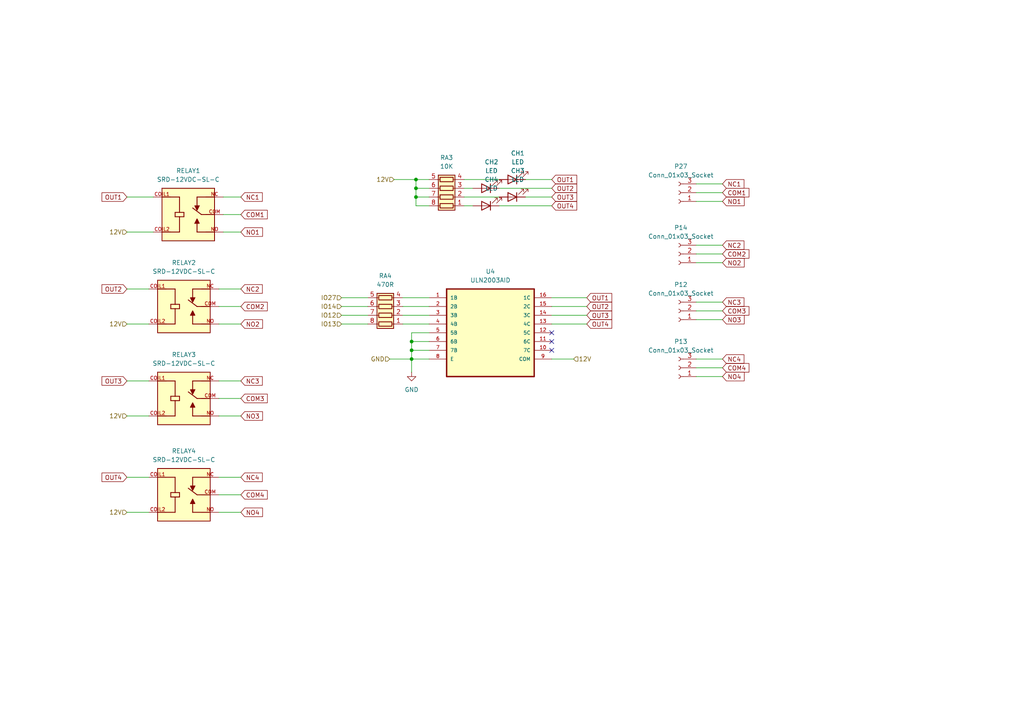
<source format=kicad_sch>
(kicad_sch (version 20250114) (generator "eeschema") (generator_version "9.0")
  (paper "A4")
  (lib_symbols
    (symbol "Connector:Conn_01x03_Socket" (pin_names (offset 1.016) (hide yes))
      (property "Reference" "J" (at 0 5.08 0))
      (property "Value" "Conn_01x03_Socket" (at 0 -5.08 0))
      (symbol "Conn_01x03_Socket_1_1"
        (polyline (pts (xy -1.27 2.54) (xy -0.508 2.54)) (stroke (width 0.1524)))
        (polyline (pts (xy -1.27 0) (xy -0.508 0)) (stroke (width 0.1524)))
        (polyline (pts (xy -1.27 -2.54) (xy -0.508 -2.54)) (stroke (width 0.1524)))
        (arc (start 0 2.032) (mid -0.5058 2.54) (end 0 3.048) (stroke (width 0.1524)))
        (arc (start 0 -0.508) (mid -0.5058 0) (end 0 0.508) (stroke (width 0.1524)))
        (arc (start 0 -3.048) (mid -0.5058 -2.54) (end 0 -2.032) (stroke (width 0.1524)))
        (pin passive line (at -5.08 2.54 0) (length 3.81) (name "Pin_1") (number "1"))
        (pin passive line (at -5.08 0 0) (length 3.81) (name "Pin_2") (number "2"))
        (pin passive line (at -5.08 -2.54 0) (length 3.81) (name "Pin_3") (number "3"))
      )
    )
    (symbol "Device:LED" (pin_numbers (hide yes)) (pin_names (offset 1.016) (hide yes))
      (property "Reference" "D" (at 0 2.54 0))
      (property "Value" "LED" (at 0 -2.54 0))
      (symbol "LED_0_1"
        (polyline (pts (xy -3.048 -0.762) (xy -4.572 -2.286) (xy -3.81 -2.286) (xy -4.572 -2.286) (xy -4.572 -1.524)))
        (polyline (pts (xy -1.778 -0.762) (xy -3.302 -2.286) (xy -2.54 -2.286) (xy -3.302 -2.286) (xy -3.302 -1.524)))
        (polyline (pts (xy -1.27 0) (xy 1.27 0)))
        (polyline (pts (xy -1.27 -1.27) (xy -1.27 1.27)) (stroke (width 0.254)))
        (polyline (pts (xy 1.27 -1.27) (xy 1.27 1.27) (xy -1.27 0) (xy 1.27 -1.27)) (stroke (width 0.254)))
      )
      (symbol "LED_1_1"
        (pin passive line (at -3.81 0 0) (length 2.54) (name "K") (number "1"))
        (pin passive line (at 3.81 0 180) (length 2.54) (name "A") (number "2"))
      )
    )
    (symbol "Device:R_Pack04" (pin_names (offset 0) (hide yes))
      (property "Reference" "RN" (at -7.62 0 90))
      (property "Value" "R_Pack04" (at 5.08 0 90))
      (symbol "R_Pack04_0_1"
        (rectangle (start -6.35 -2.413) (end 3.81 2.413) (stroke (width 0.254)) (fill (type background)))
        (rectangle (start -5.715 1.905) (end -4.445 -1.905) (stroke (width 0.254)))
        (polyline (pts (xy -5.08 1.905) (xy -5.08 2.54)))
        (polyline (pts (xy -5.08 -2.54) (xy -5.08 -1.905)))
        (rectangle (start -3.175 1.905) (end -1.905 -1.905) (stroke (width 0.254)))
        (polyline (pts (xy -2.54 1.905) (xy -2.54 2.54)))
        (polyline (pts (xy -2.54 -2.54) (xy -2.54 -1.905)))
        (rectangle (start -0.635 1.905) (end 0.635 -1.905) (stroke (width 0.254)))
        (polyline (pts (xy 0 1.905) (xy 0 2.54)))
        (polyline (pts (xy 0 -2.54) (xy 0 -1.905)))
        (rectangle (start 1.905 1.905) (end 3.175 -1.905) (stroke (width 0.254)))
        (polyline (pts (xy 2.54 1.905) (xy 2.54 2.54)))
        (polyline (pts (xy 2.54 -2.54) (xy 2.54 -1.905)))
      )
      (symbol "R_Pack04_1_1"
        (pin passive line (at -5.08 5.08 270) (length 2.54) (name "R1.2") (number "8"))
        (pin passive line (at -5.08 -5.08 90) (length 2.54) (name "R1.1") (number "1"))
        (pin passive line (at -2.54 5.08 270) (length 2.54) (name "R2.2") (number "7"))
        (pin passive line (at -2.54 -5.08 90) (length 2.54) (name "R2.1") (number "2"))
        (pin passive line (at 0 5.08 270) (length 2.54) (name "R3.2") (number "6"))
        (pin passive line (at 0 -5.08 90) (length 2.54) (name "R3.1") (number "3"))
        (pin passive line (at 2.54 5.08 270) (length 2.54) (name "R4.2") (number "5"))
        (pin passive line (at 2.54 -5.08 90) (length 2.54) (name "R4.1") (number "4"))
      )
    )
    (symbol "Rele_ES32_board:SRD-12VDC-SL-C" (pin_names (offset 1.016))
      (property "Reference" "K" (at -7.62 8.89 0))
      (property "Value" "SRD-12VDC-SL-C" (at -7.62 -10.16 0))
      (symbol "SRD-12VDC-SL-C_0_0"
        (polyline (pts (xy -7.62 5.08) (xy -2.54 5.08)) (stroke (width 0.254)))
        (polyline (pts (xy -7.62 -5.08) (xy -2.54 -5.08)) (stroke (width 0.254)))
        (rectangle (start -7.62 -7.62) (end 7.62 7.62) (stroke (width 0.254)) (fill (type background)))
        (polyline (pts (xy -3.81 0.635) (xy -2.54 0.635)) (stroke (width 0.254)))
        (polyline (pts (xy -3.81 -0.635) (xy -3.81 0.635)) (stroke (width 0.254)))
        (polyline (pts (xy -2.54 5.08) (xy -2.54 0.635)) (stroke (width 0.254)))
        (polyline (pts (xy -2.54 0.635) (xy -1.27 0.635)) (stroke (width 0.254)))
        (polyline (pts (xy -2.54 -0.635) (xy -3.81 -0.635)) (stroke (width 0.254)))
        (polyline (pts (xy -2.54 -0.635) (xy -2.54 -5.08)) (stroke (width 0.254)))
        (polyline (pts (xy -1.27 0.635) (xy -1.27 -0.635)) (stroke (width 0.254)))
        (polyline (pts (xy -1.27 -0.635) (xy -2.54 -0.635)) (stroke (width 0.254)))
        (polyline (pts (xy 1.905 -2.54) (xy 3.175 -2.54) (xy 2.54 -1.27) (xy 1.905 -2.54)) (stroke (width 0.254)) (fill (type outline)))
        (polyline (pts (xy 2.54 5.08) (xy 2.54 2.54)) (stroke (width 0.254)))
        (polyline (pts (xy 2.54 5.08) (xy 7.62 5.08)) (stroke (width 0.254)))
        (polyline (pts (xy 2.54 -5.08) (xy 2.54 -2.54)) (stroke (width 0.254)))
        (polyline (pts (xy 3.175 2.54) (xy 1.905 2.54) (xy 2.54 1.27) (xy 3.175 2.54)) (stroke (width 0.254)) (fill (type outline)))
        (polyline (pts (xy 3.81 0) (xy 1.27 1.905)) (stroke (width 0.254)))
        (polyline (pts (xy 7.62 0) (xy 3.81 0)) (stroke (width 0.254)))
        (polyline (pts (xy 7.62 -5.08) (xy 2.54 -5.08)) (stroke (width 0.254)))
        (pin passive line (at -10.16 5.08 0) (length 5.08) (name "~") (number "COIL1"))
        (pin passive line (at -10.16 -5.08 0) (length 5.08) (name "~") (number "COIL2"))
        (pin passive line (at 10.16 5.08 180) (length 5.08) (name "~") (number "NC"))
        (pin passive line (at 10.16 0 180) (length 5.08) (name "~") (number "COM"))
        (pin passive line (at 10.16 -5.08 180) (length 5.08) (name "~") (number "NO"))
      )
    )
    (symbol "darlington_rele_interface:ULN2003AID" (pin_names (offset 1.016))
      (property "Reference" "U" (at -12.7 13.7 0))
      (property "Value" "ULN2003AID" (at -12.7 -16.7 0))
      (symbol "ULN2003AID_0_0"
        (rectangle (start -12.7 -12.7) (end 12.7 12.7) (stroke (width 0.41)) (fill (type background)))
        (pin input line (at -17.78 10.16 0) (length 5.08) (name "1B") (number "1"))
        (pin input line (at -17.78 7.62 0) (length 5.08) (name "2B") (number "2"))
        (pin input line (at -17.78 5.08 0) (length 5.08) (name "3B") (number "3"))
        (pin input line (at -17.78 2.54 0) (length 5.08) (name "4B") (number "4"))
        (pin input line (at -17.78 0 0) (length 5.08) (name "5B") (number "5"))
        (pin input line (at -17.78 -2.54 0) (length 5.08) (name "6B") (number "6"))
        (pin input line (at -17.78 -5.08 0) (length 5.08) (name "7B") (number "7"))
        (pin input line (at -17.78 -7.62 0) (length 5.08) (name "E") (number "8"))
        (pin output line (at 17.78 10.16 180) (length 5.08) (name "1C") (number "16"))
        (pin output line (at 17.78 7.62 180) (length 5.08) (name "2C") (number "15"))
        (pin output line (at 17.78 5.08 180) (length 5.08) (name "3C") (number "14"))
        (pin output line (at 17.78 2.54 180) (length 5.08) (name "4C") (number "13"))
        (pin output line (at 17.78 0 180) (length 5.08) (name "5C") (number "12"))
        (pin output line (at 17.78 -2.54 180) (length 5.08) (name "6C") (number "11"))
        (pin output line (at 17.78 -5.08 180) (length 5.08) (name "7C") (number "10"))
        (pin output line (at 17.78 -7.62 180) (length 5.08) (name "COM") (number "9"))
      )
    )
    (symbol "power:GND" (power) (pin_numbers (hide yes)) (pin_names (offset 0) (hide yes))
      (property "Value" "GND" (at 0 -3.81 0))
      (symbol "GND_0_1"
        (polyline (pts (xy 0 0) (xy 0 -1.27) (xy 1.27 -1.27) (xy 0 -2.54) (xy -1.27 -1.27) (xy 0 -1.27)))
      )
      (symbol "GND_1_1"
        (pin power_in line (at 0 0 270) (length 0) (name "~") (number "1"))
      )
    )
  )
  (junction (at 120.65 57.15))
  (junction (at 120.65 54.61))
  (junction (at 120.65 52.07))
  (junction (at 119.38 101.6))
  (junction (at 119.38 99.06))
  (junction (at 119.38 104.14))
  (no_connect (at 160.02 99.06))
  (no_connect (at 160.02 96.52))
  (no_connect (at 160.02 101.6))
  (wire (pts (xy 201.93 53.34) (xy 209.55 53.34)))
  (wire (pts (xy 99.06 88.9) (xy 106.68 88.9)))
  (wire (pts (xy 152.4 57.15) (xy 160.02 57.15)))
  (wire (pts (xy 116.84 86.36) (xy 124.46 86.36)))
  (wire (pts (xy 36.83 120.65) (xy 43.18 120.65)))
  (wire (pts (xy 201.93 90.17) (xy 209.55 90.17)))
  (wire (pts (xy 201.93 106.68) (xy 209.55 106.68)))
  (wire (pts (xy 36.83 110.49) (xy 43.18 110.49)))
  (wire (pts (xy 134.62 54.61) (xy 137.16 54.61)))
  (wire (pts (xy 99.06 86.36) (xy 106.68 86.36)))
  (wire (pts (xy 99.06 91.44) (xy 106.68 91.44)))
  (wire (pts (xy 201.93 55.88) (xy 209.55 55.88)))
  (wire (pts (xy 134.62 52.07) (xy 144.78 52.07)))
  (wire (pts (xy 124.46 96.52) (xy 119.38 96.52)))
  (wire (pts (xy 152.4 52.07) (xy 160.02 52.07)))
  (wire (pts (xy 134.62 59.69) (xy 137.16 59.69)))
  (wire (pts (xy 120.65 57.15) (xy 124.46 57.15)))
  (wire (pts (xy 201.93 58.42) (xy 209.55 58.42)))
  (wire (pts (xy 36.83 57.15) (xy 44.45 57.15)))
  (wire (pts (xy 36.83 138.43) (xy 43.18 138.43)))
  (wire (pts (xy 201.93 104.14) (xy 209.55 104.14)))
  (wire (pts (xy 120.65 57.15) (xy 120.65 59.69)))
  (wire (pts (xy 201.93 92.71) (xy 209.55 92.71)))
  (wire (pts (xy 116.84 91.44) (xy 124.46 91.44)))
  (wire (pts (xy 64.77 57.15) (xy 69.85 57.15)))
  (wire (pts (xy 63.5 143.51) (xy 69.85 143.51)))
  (wire (pts (xy 160.02 86.36) (xy 170.18 86.36)))
  (wire (pts (xy 160.02 91.44) (xy 170.18 91.44)))
  (wire (pts (xy 201.93 109.22) (xy 209.55 109.22)))
  (wire (pts (xy 116.84 88.9) (xy 124.46 88.9)))
  (wire (pts (xy 201.93 73.66) (xy 209.55 73.66)))
  (wire (pts (xy 120.65 59.69) (xy 124.46 59.69)))
  (wire (pts (xy 120.65 52.07) (xy 120.65 54.61)))
  (wire (pts (xy 120.65 54.61) (xy 124.46 54.61)))
  (wire (pts (xy 144.78 54.61) (xy 160.02 54.61)))
  (wire (pts (xy 201.93 71.12) (xy 209.55 71.12)))
  (wire (pts (xy 201.93 87.63) (xy 209.55 87.63)))
  (wire (pts (xy 63.5 88.9) (xy 69.85 88.9)))
  (wire (pts (xy 64.77 67.31) (xy 69.85 67.31)))
  (wire (pts (xy 63.5 110.49) (xy 69.85 110.49)))
  (wire (pts (xy 63.5 93.98) (xy 69.85 93.98)))
  (wire (pts (xy 160.02 88.9) (xy 170.18 88.9)))
  (wire (pts (xy 36.83 148.59) (xy 43.18 148.59)))
  (wire (pts (xy 144.78 59.69) (xy 160.02 59.69)))
  (wire (pts (xy 160.02 93.98) (xy 170.18 93.98)))
  (wire (pts (xy 63.5 138.43) (xy 69.85 138.43)))
  (wire (pts (xy 120.65 54.61) (xy 120.65 57.15)))
  (wire (pts (xy 116.84 93.98) (xy 124.46 93.98)))
  (wire (pts (xy 63.5 148.59) (xy 69.85 148.59)))
  (wire (pts (xy 63.5 115.57) (xy 69.85 115.57)))
  (wire (pts (xy 134.62 57.15) (xy 144.78 57.15)))
  (wire (pts (xy 160.02 104.14) (xy 166.37 104.14)))
  (wire (pts (xy 63.5 83.82) (xy 69.85 83.82)))
  (wire (pts (xy 63.5 120.65) (xy 69.85 120.65)))
  (wire (pts (xy 99.06 93.98) (xy 106.68 93.98)))
  (wire (pts (xy 36.83 67.31) (xy 44.45 67.31)))
  (wire (pts (xy 119.38 99.06) (xy 119.38 101.6)))
  (wire (pts (xy 124.46 101.6) (xy 119.38 101.6)))
  (wire (pts (xy 119.38 96.52) (xy 119.38 99.06)))
  (wire (pts (xy 124.46 52.07) (xy 120.65 52.07)))
  (wire (pts (xy 113.03 104.14) (xy 119.38 104.14)))
  (wire (pts (xy 36.83 83.82) (xy 43.18 83.82)))
  (wire (pts (xy 64.77 62.23) (xy 69.85 62.23)))
  (wire (pts (xy 124.46 99.06) (xy 119.38 99.06)))
  (wire (pts (xy 119.38 104.14) (xy 119.38 107.95)))
  (wire (pts (xy 119.38 101.6) (xy 119.38 104.14)))
  (wire (pts (xy 124.46 104.14) (xy 119.38 104.14)))
  (wire (pts (xy 201.93 76.2) (xy 209.55 76.2)))
  (wire (pts (xy 36.83 93.98) (xy 43.18 93.98)))
  (wire (pts (xy 114.3 52.07) (xy 120.65 52.07)))
  (global_label "NC4" (shape input) (at 209.55 104.14 0) (property "Intersheetrefs" "${INTERSHEET_REFS}" (effects (hide yes))))
  (global_label "COM3" (shape input) (at 69.85 115.57 0) (property "Intersheetrefs" "${INTERSHEET_REFS}" (effects (hide yes))))
  (global_label "NO3" (shape input) (at 209.55 92.71 0) (property "Intersheetrefs" "${INTERSHEET_REFS}" (effects (hide yes))))
  (global_label "OUT2" (shape input) (at 170.18 88.9 0) (property "Intersheetrefs" "${INTERSHEET_REFS}" (effects (hide yes))))
  (global_label "NO1" (shape input) (at 209.55 58.42 0) (property "Intersheetrefs" "${INTERSHEET_REFS}" (effects (hide yes))))
  (global_label "OUT1" (shape input) (at 36.83 57.15 180) (property "Intersheetrefs" "${INTERSHEET_REFS}" (effects (hide yes))))
  (global_label "NO2" (shape input) (at 69.85 93.98 0) (property "Intersheetrefs" "${INTERSHEET_REFS}" (effects (hide yes))))
  (global_label "OUT1" (shape input) (at 160.02 52.07 0) (property "Intersheetrefs" "${INTERSHEET_REFS}" (effects (hide yes))))
  (global_label "OUT3" (shape input) (at 170.18 91.44 0) (property "Intersheetrefs" "${INTERSHEET_REFS}" (effects (hide yes))))
  (global_label "NC1" (shape input) (at 69.85 57.15 0) (property "Intersheetrefs" "${INTERSHEET_REFS}" (effects (hide yes))))
  (global_label "NC1" (shape input) (at 209.55 53.34 0) (property "Intersheetrefs" "${INTERSHEET_REFS}" (effects (hide yes))))
  (global_label "OUT2" (shape input) (at 36.83 83.82 180) (property "Intersheetrefs" "${INTERSHEET_REFS}" (effects (hide yes))))
  (global_label "NO1" (shape input) (at 69.85 67.31 0) (property "Intersheetrefs" "${INTERSHEET_REFS}" (effects (hide yes))))
  (global_label "OUT1" (shape input) (at 170.18 86.36 0) (property "Intersheetrefs" "${INTERSHEET_REFS}" (effects (hide yes))))
  (global_label "NC3" (shape input) (at 209.55 87.63 0) (property "Intersheetrefs" "${INTERSHEET_REFS}" (effects (hide yes))))
  (global_label "NC2" (shape input) (at 209.55 71.12 0) (property "Intersheetrefs" "${INTERSHEET_REFS}" (effects (hide yes))))
  (global_label "OUT4" (shape input) (at 170.18 93.98 0) (property "Intersheetrefs" "${INTERSHEET_REFS}" (effects (hide yes))))
  (global_label "NC4" (shape input) (at 69.85 138.43 0) (property "Intersheetrefs" "${INTERSHEET_REFS}" (effects (hide yes))))
  (global_label "NC2" (shape input) (at 69.85 83.82 0) (property "Intersheetrefs" "${INTERSHEET_REFS}" (effects (hide yes))))
  (global_label "COM2" (shape input) (at 209.55 73.66 0) (property "Intersheetrefs" "${INTERSHEET_REFS}" (effects (hide yes))))
  (global_label "COM2" (shape input) (at 69.85 88.9 0) (property "Intersheetrefs" "${INTERSHEET_REFS}" (effects (hide yes))))
  (global_label "OUT4" (shape input) (at 36.83 138.43 180) (property "Intersheetrefs" "${INTERSHEET_REFS}" (effects (hide yes))))
  (global_label "OUT4" (shape input) (at 160.02 59.69 0) (property "Intersheetrefs" "${INTERSHEET_REFS}" (effects (hide yes))))
  (global_label "COM1" (shape input) (at 209.55 55.88 0) (property "Intersheetrefs" "${INTERSHEET_REFS}" (effects (hide yes))))
  (global_label "OUT3" (shape input) (at 36.83 110.49 180) (property "Intersheetrefs" "${INTERSHEET_REFS}" (effects (hide yes))))
  (global_label "COM4" (shape input) (at 209.55 106.68 0) (property "Intersheetrefs" "${INTERSHEET_REFS}" (effects (hide yes))))
  (global_label "COM1" (shape input) (at 69.85 62.23 0) (property "Intersheetrefs" "${INTERSHEET_REFS}" (effects (hide yes))))
  (global_label "COM4" (shape input) (at 69.85 143.51 0) (property "Intersheetrefs" "${INTERSHEET_REFS}" (effects (hide yes))))
  (global_label "OUT2" (shape input) (at 160.02 54.61 0) (property "Intersheetrefs" "${INTERSHEET_REFS}" (effects (hide yes))))
  (global_label "NC3" (shape input) (at 69.85 110.49 0) (property "Intersheetrefs" "${INTERSHEET_REFS}" (effects (hide yes))))
  (global_label "NO2" (shape input) (at 209.55 76.2 0) (property "Intersheetrefs" "${INTERSHEET_REFS}" (effects (hide yes))))
  (global_label "NO4" (shape input) (at 209.55 109.22 0) (property "Intersheetrefs" "${INTERSHEET_REFS}" (effects (hide yes))))
  (global_label "COM3" (shape input) (at 209.55 90.17 0) (property "Intersheetrefs" "${INTERSHEET_REFS}" (effects (hide yes))))
  (global_label "OUT3" (shape input) (at 160.02 57.15 0) (property "Intersheetrefs" "${INTERSHEET_REFS}" (effects (hide yes))))
  (global_label "NO3" (shape input) (at 69.85 120.65 0) (property "Intersheetrefs" "${INTERSHEET_REFS}" (effects (hide yes))))
  (global_label "NO4" (shape input) (at 69.85 148.59 0) (property "Intersheetrefs" "${INTERSHEET_REFS}" (effects (hide yes))))
  (hierarchical_label "12V" (shape input) (at 36.83 93.98 180))
  (hierarchical_label "12V" (shape input) (at 36.83 148.59 180))
  (hierarchical_label "IO14" (shape input) (at 99.06 88.9 180))
  (hierarchical_label "12V" (shape input) (at 166.37 104.14 0))
  (hierarchical_label "12V" (shape input) (at 36.83 67.31 180))
  (hierarchical_label "12V" (shape input) (at 114.3 52.07 180))
  (hierarchical_label "IO12" (shape input) (at 99.06 91.44 180))
  (hierarchical_label "IO27" (shape input) (at 99.06 86.36 180))
  (hierarchical_label "IO13" (shape input) (at 99.06 93.98 180))
  (hierarchical_label "12V" (shape input) (at 36.83 120.65 180))
  (hierarchical_label "GND" (shape input) (at 113.03 104.14 180))
  (symbol (lib_id "power:GND") (at 119.38 107.95 0) (unit 1)
    (property "Reference" "#PWR03" (effects (hide yes)))
    (property "Value" "GND" (at 119.38 113.03 0))
    (property "Description" "Power symbol creates a global label with name \"GND\" , ground" (effects (hide yes)))
  )
  (symbol (lib_id "Rele_ES32_board:SRD-12VDC-SL-C") (at 53.34 115.57 0) (unit 1)
    (property "Reference" "RELAY3" (at 53.34 102.87 0))
    (property "Value" "SRD-12VDC-SL-C" (at 53.34 105.41 0))
    (property "Footprint" "Rele_ES32_board:RELAY_SRD-12VDC-SL-C" (effects (hide yes)))
    (property "MF" "Songle Relay" (effects (hide yes)))
    (property "MAXIMUM_PACKAGE_HEIGHT" "15.8 mm" (effects (hide yes)))
    (property "Package" "NON STANDARD-5 Songle Relay" (effects (hide yes)))
    (property "Price" "None" (effects (hide yes)))
    (property "Check_prices" "https://www.snapeda.com/parts/SRD-12VDC-SL-C/Songle+Relay/view-part/?ref=eda" (effects (hide yes)))
    (property "STANDARD" "IPC 7351B" (effects (hide yes)))
    (property "PARTREV" "1.0" (effects (hide yes)))
    (property "SnapEDA_Link" "https://www.snapeda.com/parts/SRD-12VDC-SL-C/Songle+Relay/view-part/?ref=snap" (effects (hide yes)))
    (property "MP" "SRD-12VDC-SL-C" (effects (hide yes)))
    (property "Description_1" "General Purpose Non Latching 12VDC SPDT Through Hole Relays RoHS" (effects (hide yes)))
    (property "Availability" "In Stock" (effects (hide yes)))
    (property "MANUFACTURER" "Songle Relay" (effects (hide yes)))
  )
  (symbol (lib_id "Device:R_Pack04") (at 129.54 54.61 90) (unit 1)
    (property "Reference" "RA3" (at 129.54 45.72 90))
    (property "Value" "10K" (at 129.54 48.26 90))
    (property "Footprint" "Resistor_SMD:R_Array_Convex_4x1206" (effects (hide yes)))
    (property "Description" "4 resistor network, parallel topology" (effects (hide yes)))
  )
  (symbol (lib_id "Connector:Conn_01x03_Socket") (at 196.85 73.66 180) (unit 1)
    (property "Reference" "P14" (at 197.485 66.04 0))
    (property "Value" "Conn_01x03_Socket" (at 197.485 68.58 0))
    (property "Footprint" "TerminalBlock_Phoenix:TerminalBlock_Phoenix_MKDS-1,5-3_1x03_P5.00mm_Horizontal" (effects (hide yes)))
    (property "Description" "Generic connector, single row, 01x03, script generated" (effects (hide yes)))
  )
  (symbol (lib_id "Device:LED") (at 148.59 57.15 180) (unit 1)
    (property "Reference" "CH3" (at 150.1775 49.53 0))
    (property "Value" "LED" (at 150.1775 52.07 0))
    (property "Footprint" "LED_SMD:LED_1206_3216Metric_Pad1.42x1.75mm_HandSolder" (effects (hide yes)))
    (property "Description" "Light emitting diode" (effects (hide yes)))
    (property "Sim.Pins" "1=K 2=A" (effects (hide yes)))
  )
  (symbol (lib_id "Device:LED") (at 140.97 59.69 180) (unit 1)
    (property "Reference" "CH4" (at 142.5575 52.07 0))
    (property "Value" "LED" (at 142.5575 54.61 0))
    (property "Footprint" "LED_SMD:LED_1206_3216Metric_Pad1.42x1.75mm_HandSolder" (effects (hide yes)))
    (property "Description" "Light emitting diode" (effects (hide yes)))
    (property "Sim.Pins" "1=K 2=A" (effects (hide yes)))
  )
  (symbol (lib_id "Connector:Conn_01x03_Socket") (at 196.85 106.68 180) (unit 1)
    (property "Reference" "P13" (at 197.485 99.06 0))
    (property "Value" "Conn_01x03_Socket" (at 197.485 101.6 0))
    (property "Footprint" "TerminalBlock_Phoenix:TerminalBlock_Phoenix_MKDS-1,5-3_1x03_P5.00mm_Horizontal" (effects (hide yes)))
    (property "Description" "Generic connector, single row, 01x03, script generated" (effects (hide yes)))
  )
  (symbol (lib_id "Rele_ES32_board:SRD-12VDC-SL-C") (at 53.34 143.51 0) (unit 1)
    (property "Reference" "RELAY4" (at 53.34 130.81 0))
    (property "Value" "SRD-12VDC-SL-C" (at 53.34 133.35 0))
    (property "Footprint" "Rele_ES32_board:RELAY_SRD-12VDC-SL-C" (effects (hide yes)))
    (property "MF" "Songle Relay" (effects (hide yes)))
    (property "MAXIMUM_PACKAGE_HEIGHT" "15.8 mm" (effects (hide yes)))
    (property "Package" "NON STANDARD-5 Songle Relay" (effects (hide yes)))
    (property "Price" "None" (effects (hide yes)))
    (property "Check_prices" "https://www.snapeda.com/parts/SRD-12VDC-SL-C/Songle+Relay/view-part/?ref=eda" (effects (hide yes)))
    (property "STANDARD" "IPC 7351B" (effects (hide yes)))
    (property "PARTREV" "1.0" (effects (hide yes)))
    (property "SnapEDA_Link" "https://www.snapeda.com/parts/SRD-12VDC-SL-C/Songle+Relay/view-part/?ref=snap" (effects (hide yes)))
    (property "MP" "SRD-12VDC-SL-C" (effects (hide yes)))
    (property "Description_1" "General Purpose Non Latching 12VDC SPDT Through Hole Relays RoHS" (effects (hide yes)))
    (property "Availability" "In Stock" (effects (hide yes)))
    (property "MANUFACTURER" "Songle Relay" (effects (hide yes)))
  )
  (symbol (lib_id "Device:R_Pack04") (at 111.76 88.9 90) (unit 1)
    (property "Reference" "RA4" (at 111.76 80.01 90))
    (property "Value" "470R" (at 111.76 82.55 90))
    (property "Footprint" "Resistor_SMD:R_Array_Convex_4x1206" (effects (hide yes)))
    (property "Description" "4 resistor network, parallel topology" (effects (hide yes)))
  )
  (symbol (lib_id "Rele_ES32_board:SRD-12VDC-SL-C") (at 53.34 88.9 0) (unit 1)
    (property "Reference" "RELAY2" (at 53.34 76.2 0))
    (property "Value" "SRD-12VDC-SL-C" (at 53.34 78.74 0))
    (property "Footprint" "Rele_ES32_board:RELAY_SRD-12VDC-SL-C" (effects (hide yes)))
    (property "MF" "Songle Relay" (effects (hide yes)))
    (property "MAXIMUM_PACKAGE_HEIGHT" "15.8 mm" (effects (hide yes)))
    (property "Package" "NON STANDARD-5 Songle Relay" (effects (hide yes)))
    (property "Price" "None" (effects (hide yes)))
    (property "Check_prices" "https://www.snapeda.com/parts/SRD-12VDC-SL-C/Songle+Relay/view-part/?ref=eda" (effects (hide yes)))
    (property "STANDARD" "IPC 7351B" (effects (hide yes)))
    (property "PARTREV" "1.0" (effects (hide yes)))
    (property "SnapEDA_Link" "https://www.snapeda.com/parts/SRD-12VDC-SL-C/Songle+Relay/view-part/?ref=snap" (effects (hide yes)))
    (property "MP" "SRD-12VDC-SL-C" (effects (hide yes)))
    (property "Description_1" "General Purpose Non Latching 12VDC SPDT Through Hole Relays RoHS" (effects (hide yes)))
    (property "Availability" "In Stock" (effects (hide yes)))
    (property "MANUFACTURER" "Songle Relay" (effects (hide yes)))
  )
  (symbol (lib_id "Device:LED") (at 148.59 52.07 180) (unit 1)
    (property "Reference" "CH1" (at 150.1775 44.45 0))
    (property "Value" "LED" (at 150.1775 46.99 0))
    (property "Footprint" "LED_SMD:LED_1206_3216Metric_Pad1.42x1.75mm_HandSolder" (effects (hide yes)))
    (property "Description" "Light emitting diode" (effects (hide yes)))
    (property "Sim.Pins" "1=K 2=A" (effects (hide yes)))
  )
  (symbol (lib_id "Connector:Conn_01x03_Socket") (at 196.85 90.17 180) (unit 1)
    (property "Reference" "P12" (at 197.485 82.55 0))
    (property "Value" "Conn_01x03_Socket" (at 197.485 85.09 0))
    (property "Footprint" "TerminalBlock_Phoenix:TerminalBlock_Phoenix_MKDS-1,5-3_1x03_P5.00mm_Horizontal" (effects (hide yes)))
    (property "Description" "Generic connector, single row, 01x03, script generated" (effects (hide yes)))
  )
  (symbol (lib_id "darlington_rele_interface:ULN2003AID") (at 142.24 96.52 0) (unit 1)
    (property "Reference" "U4" (at 142.24 78.74 0))
    (property "Value" "ULN2003AID" (at 142.24 81.28 0))
    (property "Footprint" "ULN2003AID:SOIC127P600X175-16N" (effects (hide yes)))
    (property "MF" "Texas Instruments" (effects (hide yes)))
    (property "Description_1" "50-V, 7-ch darlington transistor array, -40 to 105C" (effects (hide yes)))
    (property "Package" "SOIC-16 Texas Instruments" (effects (hide yes)))
    (property "Price" "None" (effects (hide yes)))
    (property "SnapEDA_Link" "https://www.snapeda.com/parts/ULN2003AID/Texas+Instruments/view-part/?ref=snap" (effects (hide yes)))
    (property "MP" "ULN2003AID" (effects (hide yes)))
    (property "Availability" "In Stock" (effects (hide yes)))
    (property "Check_prices" "https://www.snapeda.com/parts/ULN2003AID/Texas+Instruments/view-part/?ref=eda" (effects (hide yes)))
  )
  (symbol (lib_id "Connector:Conn_01x03_Socket") (at 196.85 55.88 180) (unit 1)
    (property "Reference" "P27" (at 197.485 48.26 0))
    (property "Value" "Conn_01x03_Socket" (at 197.485 50.8 0))
    (property "Footprint" "TerminalBlock_Phoenix:TerminalBlock_Phoenix_MKDS-1,5-3_1x03_P5.00mm_Horizontal" (effects (hide yes)))
    (property "Description" "Generic connector, single row, 01x03, script generated" (effects (hide yes)))
  )
  (symbol (lib_id "Device:LED") (at 140.97 54.61 180) (unit 1)
    (property "Reference" "CH2" (at 142.5575 46.99 0))
    (property "Value" "LED" (at 142.5575 49.53 0))
    (property "Footprint" "LED_SMD:LED_1206_3216Metric_Pad1.42x1.75mm_HandSolder" (effects (hide yes)))
    (property "Description" "Light emitting diode" (effects (hide yes)))
    (property "Sim.Pins" "1=K 2=A" (effects (hide yes)))
  )
  (symbol (lib_id "Rele_ES32_board:SRD-12VDC-SL-C") (at 54.61 62.23 0) (unit 1)
    (property "Reference" "RELAY1" (at 54.61 49.53 0))
    (property "Value" "SRD-12VDC-SL-C" (at 54.61 52.07 0))
    (property "Footprint" "Rele_ES32_board:RELAY_SRD-12VDC-SL-C" (effects (hide yes)))
    (property "MF" "Songle Relay" (effects (hide yes)))
    (property "MAXIMUM_PACKAGE_HEIGHT" "15.8 mm" (effects (hide yes)))
    (property "Package" "NON STANDARD-5 Songle Relay" (effects (hide yes)))
    (property "Price" "None" (effects (hide yes)))
    (property "Check_prices" "https://www.snapeda.com/parts/SRD-12VDC-SL-C/Songle+Relay/view-part/?ref=eda" (effects (hide yes)))
    (property "STANDARD" "IPC 7351B" (effects (hide yes)))
    (property "PARTREV" "1.0" (effects (hide yes)))
    (property "SnapEDA_Link" "https://www.snapeda.com/parts/SRD-12VDC-SL-C/Songle+Relay/view-part/?ref=snap" (effects (hide yes)))
    (property "MP" "SRD-12VDC-SL-C" (effects (hide yes)))
    (property "Description_1" "General Purpose Non Latching 12VDC SPDT Through Hole Relays RoHS" (effects (hide yes)))
    (property "Availability" "In Stock" (effects (hide yes)))
    (property "MANUFACTURER" "Songle Relay" (effects (hide yes)))
  )
)
</source>
